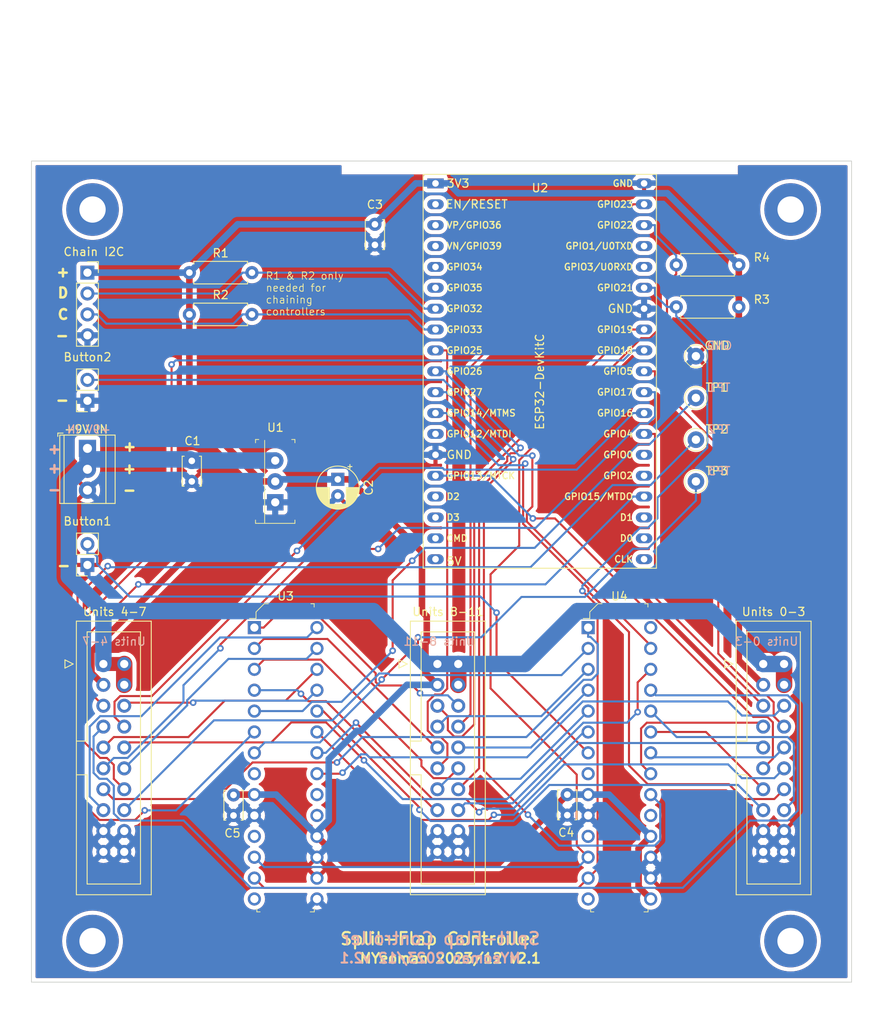
<source format=kicad_pcb>
(kicad_pcb (version 20240108) (generator "pcbnew") (generator_version "8.0")
  (layers (0 "F.Cu" signal) (31 "B.Cu" signal) (34 "B.Paste" user) (35 "F.Paste" user) (36 "B.SilkS" user "B.Silkscreen") (37 "F.SilkS" user "F.Silkscreen") (38 "B.Mask" user) (39 "F.Mask" user) (44 "Edge.Cuts" user))
  (net 0 "")
  (net 1 "+9V")
  (net 2 "GND")
  (net 3 "+3.3V")
  (net 4 "/step_00")
  (net 5 "/{slash}en_00")
  (net 6 "/sens_00")
  (net 7 "/step_01")
  (net 8 "/{slash}en_01")
  (net 9 "/sens_01")
  (net 10 "/step_02")
  (net 11 "/{slash}en_02")
  (net 12 "/sens_02")
  (net 13 "/step_03")
  (net 14 "/{slash}en_03")
  (net 15 "/sens_03")
  (net 16 "/step_04")
  (net 17 "/{slash}en_04")
  (net 18 "/sens_04")
  (net 19 "/step_05")
  (net 20 "/{slash}en_05")
  (net 21 "/sens_05")
  (net 22 "/step_06")
  (net 23 "/{slash}en_06")
  (net 24 "/sens_06")
  (net 25 "/step_07")
  (net 26 "/{slash}en_07")
  (net 27 "/sens_07")
  (net 28 "/step_08")
  (net 29 "/{slash}en_08")
  (net 30 "/sens_08")
  (net 31 "/step_09")
  (net 32 "/{slash}en_09")
  (net 33 "/sens_09")
  (net 34 "/step_10")
  (net 35 "/{slash}en_10")
  (net 36 "/sens_10")
  (net 37 "/step_11")
  (net 38 "/{slash}en_11")
  (net 39 "/sens_11")
  (net 40 "/chain_SDA")
  (net 41 "/chain_SCK")
  (net 42 "/button1")
  (net 43 "/button2")
  (net 44 "/interruptPin")
  (net 45 "Net-(U2-GPIO21)")
  (net 46 "Net-(U2-GPIO22)")
  (net 47 "Net-(U3-GPB4)")
  (net 48 "Net-(U3-GPB5)")
  (net 49 "Net-(U3-GPB6)")
  (footprint "Capacitor_THT:C_Disc_D3.4mm_W2.1mm_P2.50mm" (layer "F.Cu") (at 132.08 106.72 -90)
    (property "Reference" "C5")
    (property "Value" "100nF")
  )
  (footprint "Resistor_THT:R_Axial_DIN0207_L6.3mm_D2.5mm_P7.62mm_Horizontal" (layer "F.Cu") (at 126.705 48.26)
    (property "Reference" "R2")
    (property "Value" "4K7")
  )
  (footprint "Connector_PinSocket_2.54mm:PinSocket_1x02_P2.54mm_Vertical" (layer "F.Cu") (at 114.295 58.765 180)
    (property "Reference" "J4" (hide yes))
    (property "Value" "Button2")
  )
  (footprint "Connector_PinSocket_2.54mm:PinSocket_1x04_P2.54mm_Vertical" (layer "F.Cu") (at 114.295 43.18)
    (property "Reference" "J2" (hide yes))
    (property "Value" "Chain I2C")
  )
  (footprint "Capacitor_THT:C_Disc_D3.4mm_W2.1mm_P2.50mm" (layer "F.Cu") (at 172.72 106.68 -90)
    (property "Reference" "C4")
    (property "Value" "100nF")
  )
  (footprint "MountingHole:MountingHole_3.2mm_M3_Pad" (layer "F.Cu") (at 114.915 35.5)
    (property "Reference" "REF1" (hide yes))
    (property "Value" "MountingHole_3.2mm_M3_Pad")
  )
  (footprint "Connector_IDC:IDC-Header_2x10_P2.54mm_Vertical" (layer "F.Cu") (at 196.58 90.79)
    (property "Reference" "J5" (hide yes))
    (property "Value" "Units 0-3")
  )
  (footprint "MountingHole:MountingHole_3.2mm_M3_Pad" (layer "F.Cu") (at 114.915 124.5)
    (property "Reference" "REF3" (hide yes))
    (property "Value" "MountingHole_3.2mm_M3_Pad")
  )
  (footprint "TerminalBlock_TE-Connectivity:TerminalBlock_TE_282834-3_1x03_P2.54mm_Horizontal" (layer "F.Cu") (at 114.295 64.56 -90)
    (property "Reference" "J1" (hide yes))
    (property "Value" "+9V IN")
  )
  (footprint "PCM_Espressif:ESP32-DevKitC" (layer "F.Cu") (at 156.675 32.3216)
    (property "Reference" "U2")
    (property "Value" "ESP32-DevKitC")
  )
  (footprint "digikey-footprints:DIP-28_W7.62mm" (layer "F.Cu") (at 134.62 86.36)
    (property "Reference" "U3")
    (property "Value" "MCP23017")
  )
  (footprint "digikey-footprints:Test_Point_D1.02mm" (layer "F.Cu") (at 188.385 68.58 90)
    (property "Reference" "TP3")
    (property "Value" "5000")
  )
  (footprint "Resistor_THT:R_Axial_DIN0207_L6.3mm_D2.5mm_P7.62mm_Horizontal" (layer "F.Cu") (at 126.705 43.18)
    (property "Reference" "R1")
    (property "Value" "4K7")
  )
  (footprint "Capacitor_THT:C_Disc_D3.4mm_W2.1mm_P2.50mm" (layer "F.Cu") (at 127 66.08 -90)
    (property "Reference" "C1")
    (property "Value" "100nF")
  )
  (footprint "Resistor_THT:R_Axial_DIN0207_L6.3mm_D2.5mm_P7.62mm_Horizontal" (layer "F.Cu") (at 193.61 47.35 180)
    (property "Reference" "R3")
    (property "Value" "4K7")
  )
  (footprint "MountingHole:MountingHole_3.2mm_M3_Pad" (layer "F.Cu") (at 199.905 124.5)
    (property "Reference" "REF4" (hide yes))
    (property "Value" "MountingHole_3.2mm_M3_Pad")
  )
  (footprint "digikey-footprints:Test_Point_D1.02mm" (layer "F.Cu") (at 188.385 58.42 90)
    (property "Reference" "TP1")
    (property "Value" "5000")
  )
  (footprint "digikey-footprints:DIP-28_W7.62mm" (layer "F.Cu") (at 175.26 86.36)
    (property "Reference" "U4")
    (property "Value" "MCP23017")
  )
  (footprint "Resistor_THT:R_Axial_DIN0207_L6.3mm_D2.5mm_P7.62mm_Horizontal" (layer "F.Cu") (at 193.61 42.23 180)
    (property "Reference" "R4")
    (property "Value" "4K7")
  )
  (footprint "Connector_IDC:IDC-Header_2x10_P2.54mm_Vertical" (layer "F.Cu") (at 116.235 90.79)
    (property "Reference" "J6" (hide yes))
    (property "Value" "Units 4-7")
  )
  (footprint "MountingHole:MountingHole_3.2mm_M3_Pad" (layer "F.Cu") (at 199.915 35.5)
    (property "Reference" "REF2" (hide yes))
    (property "Value" "MountingHole_3.2mm_M3_Pad")
  )
  (footprint "Connector_PinSocket_2.54mm:PinSocket_1x02_P2.54mm_Vertical" (layer "F.Cu") (at 114.295 78.74 180)
    (property "Reference" "J3" (hide yes))
    (property "Value" "Button1")
  )
  (footprint "digikey-footprints:Test_Point_D1.02mm" (layer "F.Cu") (at 188.385 53.34)
    (property "Reference" "TP4" (hide yes))
    (property "Value" "5000")
  )
  (footprint "digikey-footprints:Test_Point_D1.02mm" (layer "F.Cu") (at 188.385 63.5 90)
    (property "Reference" "TP2")
    (property "Value" "5000")
  )
  (footprint "Capacitor_THT:C_Disc_D3.4mm_W2.1mm_P2.50mm" (layer "F.Cu") (at 149.2977 37.3 -90)
    (property "Reference" "C3")
    (property "Value" "100nF")
  )
  (footprint "Connector_IDC:IDC-Header_2x10_P2.54mm_Vertical" (layer "F.Cu") (at 156.9075 90.79)
    (property "Reference" "J7" (hide yes))
    (property "Value" "Units 8-11")
  )
  (footprint "digikey-footprints:TO-220-3" (layer "F.Cu") (at 137.16 71.12 90)
    (property "Reference" "U1")
    (property "Value" "LD1117V33")
  )
  (footprint "Capacitor_THT:CP_Radial_D5.0mm_P2.00mm" (layer "F.Cu") (at 144.78 68.327 -90)
    (property "Reference" "C2")
    (property "Value" "10uF")
  )
  (gr_rect (start 107.48 29.6) (end 207.34 129.5) (stroke (width 0.1)) (fill none) (layer "Edge.Cuts"))
  (gr_text "-" (at 111.215 70.275 0) (layer "B.SilkS") (effects (font (size 1.2 1.2) (thickness 0.3) (bold yes)) (justify left bottom mirror)))
  (gr_text "+" (at 111.215 67.675 0) (layer "B.SilkS") (effects (font (size 1.2 1.2) (thickness 0.3) (bold yes)) (justify left bottom mirror)))
  (gr_text "MYeoman 2023/12 v2.1" (at 167.175 127.275 0) (layer "B.SilkS") (effects (font (size 1.2 1.2) (thickness 0.25)) (justify left bottom mirror)))
  (gr_text "Units 8-11" (at 157.1 88.05 0) (layer "B.SilkS") (effects (font (size 1 1)) (justify mirror)))
  (gr_text "Units 4-7" (at 117.525 88.05 0) (layer "B.SilkS") (effects (font (size 1 1)) (justify mirror)))
  (gr_text "+9V IN" (at 114.465 62.25 0) (layer "B.SilkS") (effects (font (size 1 1)) (justify mirror)))
  (gr_text "Split-Flap Controller" (at 169.563571 125.075 0) (layer "B.SilkS") (effects (font (size 1.5 1.5) (thickness 0.25)) (justify left bottom mirror)))
  (gr_text "+" (at 111.215 65.325 0) (layer "B.SilkS") (effects (font (size 1.2 1.2) (thickness 0.3) (bold yes)) (justify left bottom mirror)))
  (gr_text "TP2" (at 191.225 62.24 0) (layer "B.SilkS") (effects (font (size 1 1)) (justify mirror)))
  (gr_text "GND" (at 191.265 52.065 0) (layer "B.SilkS") (effects (font (size 1 1)) (justify mirror)))
  (gr_text "Units 0-3" (at 196.975 88.05 0) (layer "B.SilkS") (effects (font (size 1 1)) (justify mirror)))
  (gr_text "TP1" (at 191.225 57.16 0) (layer "B.SilkS") (effects (font (size 1 1)) (justify mirror)))
  (gr_text "TP3" (at 191.225 67.32 0) (layer "B.SilkS") (effects (font (size 1 1)) (justify mirror)))
  (gr_text "+9V IN" (at 114.14 62.225 -0) (layer "F.SilkS") (effects (font (size 1 1))))
  (gr_text "GND" (at 190.965 52.055 0) (layer "F.SilkS") (effects (font (size 1 1))))
  (gr_text "-" (at 118.475 70.325 0) (layer "F.SilkS") (effects (font (size 1.2 1.2) (thickness 0.3) (bold yes)) (justify left bottom)))
  (gr_text "C" (at 110.525 48.975 0) (layer "F.SilkS") (effects (font (size 1.2 1.2) (thickness 0.3) (bold yes)) (justify left bottom)))
  (gr_text "Split-Flap Controller" (at 144.931429 125.1 0) (layer "F.SilkS") (effects (font (size 1.5 1.5) (thickness 0.25)) (justify left bottom)))
  (gr_text "-" (at 110.475 79.5 0) (layer "F.SilkS") (effects (font (size 1.2 1.2) (thickness 0.3) (bold yes)) (justify left bottom)))
  (gr_text "R1 & R2 only\nneeded for\nchaining\ncontrollers" (at 135.95 48.45 0) (layer "F.SilkS") (effects (font (size 0.9 0.9) (thickness 0.1)) (justify left bottom)))
  (gr_text "D" (at 110.525 46.35 0) (layer "F.SilkS") (effects (font (size 1.2 1.2) (thickness 0.3) (bold yes)) (justify left bottom)))
  (gr_text "+" (at 110.375 43.8 0) (layer "F.SilkS") (effects (font (size 1.2 1.2) (thickness 0.3) (bold yes)) (justify left bottom)))
  (gr_text "+" (at 118.5 65.025 0) (layer "F.SilkS") (effects (font (size 1.2 1.2) (thickness 0.3) (bold yes)) (justify left bottom)))
  (gr_text "-" (at 110.275 51.525 0) (layer "F.SilkS") (effects (font (size 1.2 1.2) (thickness 0.3) (bold yes)) (justify left bottom)))
  (gr_text "-" (at 110.3 59.375 0) (layer "F.SilkS") (effects (font (size 1.2 1.2) (thickness 0.3) (bold yes)) (justify left bottom)))
  (gr_text "+" (at 118.475 67.725 0) (layer "F.SilkS") (effects (font (size 1.2 1.2) (thickness 0.3) (bold yes)) (justify left bottom)))
  (gr_text "MYeoman 2023/12 v2.1\n" (at 147.32 127.3 0) (layer "F.SilkS") (effects (font (size 1.2 1.2) (thickness 0.25)) (justify left bottom)))
  (segment (start 118.775 90.79) (end 116.235 90.79) (width 1.7018) (layer "F.Cu") (net 1))
  (segment (start 199.12 93.33) (end 199.12 90.79) (width 2) (layer "F.Cu") (net 1))
  (segment (start 159.4475 93.33) (end 159.4475 90.79) (width 2) (layer "F.Cu") (net 1))
  (segment (start 118.775 93.33) (end 118.775 90.79) (width 2) (layer "F.Cu") (net 1))
  (segment (start 167.5305 90.79) (end 173.9622 84.3583) (width 2) (layer "B.Cu") (net 1))
  (segment (start 114.295 67.1) (end 114.295 66.8117) (width 2) (layer "B.Cu") (net 1))
  (segment (start 114.295 64.56) (end 114.295 65.8956) (width 2) (layer "B.Cu") (net 1))
  (segment (start 190.1483 84.3583) (end 196.58 90.79) (width 2) (layer "B.Cu") (net 1))
  (segment (start 112.0332 80.1501) (end 116.235 84.3519) (width 2) (layer "B.Cu") (net 1))
  (segment (start 127.04 66.04) (end 137.16 66.04) (width 2) (layer "B.Cu") (net 1))
  (segment (start 116.235 84.3519) (end 116.235 90.79) (width 2) (layer "B.Cu") (net 1))
  (segment (start 196.58 90.79) (end 199.12 90.79) (width 2) (layer "B.Cu") (net 1))
  (segment (start 127 66.08) (end 127.04 66.04) (width 2) (layer "B.Cu") (net 1))
  (segment (start 156.9075 90.79) (end 159.4475 90.79) (width 2) (layer "B.Cu") (net 1))
  (segment (start 155.5284 90.79) (end 156.9075 90.79) (width 2) (layer "B.Cu") (net 1))
  (segment (start 116.235 84.3519) (end 149.0903 84.3519) (width 2) (layer "B.Cu") (net 1))
  (segment (start 173.9622 84.3583) (end 190.1483 84.3583) (width 2) (layer "B.Cu") (net 1))
  (segment (start 112.0332 68.6717) (end 112.0332 80.1501) (width 2) (layer "B.Cu") (net 1))
  (segment (start 113.6049 67.1) (end 112.0332 68.6717) (width 2) (layer "B.Cu") (net 1))
  (segment (start 114.295 65.8956) (end 114.295 66.8117) (width 2) (layer "B.Cu") (net 1))
  (segment (start 159.4475 90.79) (end 167.5305 90.79) (width 2) (layer "B.Cu") (net 1))
  (segment (start 126.8156 65.8956) (end 114.295 65.8956) (width 2) (layer "B.Cu") (net 1))
  (segment (start 114.295 67.1) (end 113.6049 67.1) (width 2) (layer "B.Cu") (net 1))
  (segment (start 149.0903 84.3519) (end 155.5284 90.79) (width 2) (layer "B.Cu") (net 1))
  (segment (start 127 66.08) (end 126.8156 65.8956) (width 2) (layer "B.Cu") (net 1))
  (segment (start 135.4855 68.58) (end 114.778 89.2875) (width 0.8) (layer "F.Cu") (net 3))
  (segment (start 182.88 111.76) (end 181.4063 113.2337) (width 0.8) (layer "F.Cu") (net 3))
  (segment (start 126.705 59.7995) (end 135.4855 68.58) (width 0.8) (layer "F.Cu") (net 3))
  (segment (start 155.4498 88.2666) (end 155.6129 88.1035) (width 0.8) (layer "F.Cu") (net 3))
  (segment (start 126.705 43.18) (end 126.705 48.26) (width 0.8) (layer "F.Cu") (net 3))
  (segment (start 155.0283 84.4063) (end 155.0283 77.1736) (width 0.8) (layer "F.Cu") (net 3))
  (segment (start 193.61 42.23) (end 193.61 47.35) (width 0.8) (layer "F.Cu") (net 3))
  (segment (start 114.778 91.873) (end 116.235 93.33) (width 0.8) (layer "F.Cu") (net 3))
  (segment (start 137.16 68.58) (end 135.4855 68.58) (width 0.8) (layer "F.Cu") (net 3))
  (segment (start 145.5821 115.1021) (end 142.24 111.76) (width 0.8) (layer "F.Cu") (net 3))
  (segment (start 132.12 106.68) (end 132.08 106.72) (width 0.8) (layer "F.Cu") (net 3))
  (segment (start 181.4063 113.2337) (end 181.4063 117.9063) (width 0.8) (layer "F.Cu") (net 3))
  (segment (start 155.6129 84.9909) (end 155.0283 84.4063) (width 0.8) (layer "F.Cu") (net 3))
  (segment (start 155.6129 88.1035) (end 155.6129 84.9909) (width 0.8) (layer "F.Cu") (net 3))
  (segment (start 164.2979 115.1021) (end 145.5821 115.1021) (width 0.8) (layer "F.Cu") (net 3))
  (segment (start 172.72 106.68) (end 164.2979 115.1021) (width 0.8) (layer "F.Cu") (net 3))
  (segment (start 134.62 106.68) (end 132.12 106.68) (width 0.8) (layer "F.Cu") (net 3))
  (segment (start 155.0283 77.1736) (end 146.1817 68.327) (width 0.8) (layer "F.Cu") (net 3))
  (segment (start 126.705 48.26) (end 126.705 59.7995) (width 0.8) (layer "F.Cu") (net 3))
  (segment (start 144.78 68.327) (end 146.1817 68.327) (width 0.8) (layer "F.Cu") (net 3))
  (segment (start 156.9075 93.33) (end 155.4498 91.8723) (width 0.8) (layer "F.Cu") (net 3))
  (segment (start 114.778 89.2875) (end 114.778 91.873) (width 0.8) (layer "F.Cu") (net 3))
  (segment (start 155.4498 91.8723) (end 155.4498 88.2666) (width 0.8) (layer "F.Cu") (net 3))
  (segment (start 196.58 93.33) (end 193.61 90.36) (width 0.8) (layer "F.Cu") (net 3))
  (segment (start 193.61 90.36) (end 193.61 47.35) (width 0.8) (layer "F.Cu") (net 3))
  (segment (start 181.4063 117.9063) (end 182.88 119.38) (width 0.8) (layer "F.Cu") (net 3))
  (segment (start 144.78 68.327) (end 137.413 68.327) (width 0.8) (layer "B.Cu") (net 3))
  (segment (start 156.675 32.3216) (end 158.2767 32.3216) (width 0.8) (layer "B.Cu") (net 3))
  (segment (start 137.2697 106.68) (end 142.0329 111.4432) (width 0.8) (layer "B.Cu") (net 3))
  (segment (start 132.585 37.3) (end 126.705 43.18) (width 0.8) (layer "B.Cu") (net 3))
  (segment (start 175.26 106.68) (end 172.72 106.68) (width 0.8) (layer "B.Cu") (net 3))
  (segment (start 177.8 106.68) (end 175.26 106.68) (width 0.8) (layer "B.Cu") (net 3))
  (segment (start 137.413 68.327) (end 137.16 68.58) (width 0.8) (layer "B.Cu") (net 3))
  (segment (start 149.2977 37.3) (end 154.2761 32.3216) (width 0.8) (layer "B.Cu") (net 3))
  (segment (start 147.105 98.9268) (end 147.6043 98.9268) (width 0.8) (layer "B.Cu") (net 3))
  (segment (start 142.0329 111.5529) (end 142.0329 111.4432) (width 0.8) (layer "B.Cu") (net 3))
  (segment (start 143.677 109.7991) (end 143.677 102.3548) (width 0.8) (layer "B.Cu") (net 3))
  (segment (start 182.88 111.76) (end 177.8 106.68) (width 0.8) (layer "B.Cu") (net 3))
  (segment (start 114.295 43.18) (end 115.7467 43.18) (width 0.8) (layer "B.Cu") (net 3))
  (segment (start 142.24 111.76) (end 142.0329 111.5529) (width 0.8) (layer "B.Cu") (net 3))
  (segment (start 143.677 102.3548) (end 147.105 98.9268) (width 0.8) (layer "B.Cu") (net 3))
  (segment (start 134.62 106.68) (end 137.2697 106.68) (width 0.8) (layer "B.Cu") (net 3))
  (segment (start 149.2977 37.3) (end 132.585 37.3) (width 0.8) (layer "B.Cu") (net 3))
  (segment (start 154.2761 32.3216) (end 156.675 32.3216) (width 0.8) (layer "B.Cu") (net 3))
  (segment (start 153.2011 93.33) (end 156.9075 93.33) (width 0.8) (layer "B.Cu") (net 3))
  (segment (start 142.0329 111.4432) (end 143.677 109.7991) (width 0.8) (layer "B.Cu") (net 3))
  (segment (start 159.4784 33.5233) (end 184.9033 33.5233) (width 0.8) (layer "B.Cu") (net 3))
  (segment (start 184.9033 33.5233) (end 193.61 42.23) (width 0.8) (layer "B.Cu") (net 3))
  (segment (start 126.705 43.18) (end 115.7467 43.18) (width 0.8) (layer "B.Cu") (net 3))
  (segment (start 147.6043 98.9268) (end 153.2011 93.33) (width 0.8) (layer "B.Cu") (net 3))
  (segment (start 158.2767 32.3216) (end 159.4784 33.5233) (width 0.8) (layer "B.Cu") (net 3))
  (segment (start 192.3951 105.41) (end 182.5097 105.41) (width 0.25) (layer "F.Cu") (net 4))
  (segment (start 182.5097 105.41) (end 180.2364 103.1367) (width 0.25) (layer "F.Cu") (net 4))
  (segment (start 199.12 106.03) (end 197.9294 107.2206) (width 0.25) (layer "F.Cu") (net 4))
  (segment (start 194.2057 107.2206) (end 192.3951 105.41) (width 0.25) (layer "F.Cu") (net 4))
  (segment (start 175.2915 81.6033) (end 174.8658 81.1776) (width 0.25) (layer "F.Cu") (net 4))
  (segment (start 167.3477 73.7488) (end 167.3477 66.6555) (width 0.25) (layer "F.Cu") (net 4))
  (segment (start 180.2364 103.1367) (end 180.2364 86.9054) (width 0.25) (layer "F.Cu") (net 4))
  (segment (start 175.2915 81.9605) (end 175.2915 81.6033) (width 0.25) (layer "F.Cu") (net 4))
  (segment (start 180.2364 86.9054) (end 175.2915 81.9605) (width 0.25) (layer "F.Cu") (net 4))
  (segment (start 174.8658 81.1776) (end 174.7765 81.1776) (width 0.25) (layer "F.Cu") (net 4))
  (segment (start 174.7765 81.1776) (end 167.3477 73.7488) (width 0.25) (layer "F.Cu") (net 4))
  (segment (start 197.9294 107.2206) (end 194.2057 107.2206) (width 0.25) (layer "F.Cu") (net 4))
  (segment (start 167.3477 66.6555) (end 167.5991 66.4041) (width 0.25) (layer "F.Cu") (net 4))
  (via (at 167.5991 66.4041) (size 0.8) (drill 0.4) (layers "F.Cu" "B.Cu") (net 4))
  (segment (start 167.4001 66.6031) (end 164.3432 66.6031) (width 0.25) (layer "B.Cu") (net 4))
  (segment (start 156.675 60.2616) (end 158.0017 60.2616) (width 0.25) (layer "B.Cu") (net 4))
  (segment (start 164.3432 66.6031) (end 158.0017 60.2616) (width 0.25) (layer "B.Cu") (net 4))
  (segment (start 167.5991 66.4041) (end 167.4001 66.6031) (width 0.25) (layer "B.Cu") (net 4))
  (segment (start 154.7241 108.2407) (end 143.0034 96.52) (width 0.25) (layer "F.Cu") (net 5))
  (segment (start 143.0034 96.52) (end 142.24 96.52) (width 0.25) (layer "F.Cu") (net 5))
  (segment (start 154.7241 108.5311) (end 154.7241 108.2407) (width 0.25) (layer "F.Cu") (net 5))
  (via (at 154.7241 108.5311) (size 0.8) (drill 0.4) (layers "F.Cu" "B.Cu") (net 5))
  (segment (start 154.7241 108.5311) (end 156.0838 109.8908) (width 0.25) (layer "B.Cu") (net 5))
  (segment (start 166.1429 109.8908) (end 170.5256 105.5081) (width 0.25) (layer "B.Cu") (net 5))
  (segment (start 193.5181 105.5081) (end 196.58 108.57) (width 0.25) (layer "B.Cu") (net 5))
  (segment (start 170.5256 105.5081) (end 193.5181 105.5081) (width 0.25) (layer "B.Cu") (net 5))
  (segment (start 156.0838 109.8908) (end 166.1429 109.8908) (width 0.25) (layer "B.Cu") (net 5))
  (segment (start 200.3132 100.4238) (end 200.3132 107.3768) (width 0.25) (layer "B.Cu") (net 6))
  (segment (start 199.568 99.6786) (end 200.3132 100.4238) (width 0.25) (layer "B.Cu") (net 6))
  (segment (start 186.0386 99.6786) (end 199.568 99.6786) (width 0.25) (layer "B.Cu") (net 6))
  (segment (start 200.3132 107.3768) (end 199.12 108.57) (width 0.25) (layer "B.Cu") (net 6))
  (segment (start 182.88 96.52) (end 186.0386 99.6786) (width 0.25) (layer "B.Cu") (net 6))
  (segment (start 197.7567 102.3133) (end 196.58 103.49) (width 0.25) (layer "F.Cu") (net 7))
  (segment (start 168.5261 73.0817) (end 171.2179 73.0817) (width 0.25) (layer "F.Cu") (net 7))
  (segment (start 195.3695 97.2333) (end 197.1035 97.2333) (width 0.25) (layer "F.Cu") (net 7))
  (segment (start 197.1035 97.2333) (end 197.7567 97.8865) (width 0.25) (layer "F.Cu") (net 7))
  (segment (start 197.7567 97.8865) (end 197.7567 102.3133) (width 0.25) (layer "F.Cu") (net 7))
  (segment (start 171.2179 73.0817) (end 195.3695 97.2333) (width 0.25) (layer "F.Cu") (net 7))
  (via (at 168.5261 73.0817) (size 0.8) (drill 0.4) (layers "F.Cu" "B.Cu") (net 7))
  (segment (start 163.326 67.8816) (end 168.5261 73.0817) (width 0.25) (layer "B.Cu") (net 7))
  (segment (start 156.675 67.8816) (end 163.326 67.8816) (width 0.25) (layer "B.Cu") (net 7))
  (segment (start 142.24 99.06) (end 152.9425 109.7625) (width 0.25) (layer "F.Cu") (net 8))
  (segment (start 152.9425 109.7625) (end 163.1644 109.7625) (width 0.25) (layer "F.Cu") (net 8))
  (segment (start 163.1644 109.7625) (end 163.7845 109.1424) (width 0.25) (layer "F.Cu") (net 8))
  (via (at 163.7845 109.1424) (size 0.8) (drill 0.4) (layers "F.Cu" "B.Cu") (net 8))
  (segment (start 193.9841 104.6806) (end 197.9294 104.6806) (width 0.25) (layer "B.Cu") (net 8))
  (segment (start 163.7845 109.1424) (end 166.2111 109.1424) (width 0.25) (layer "B.Cu") (net 8))
  (segment (start 197.9294 104.6806) (end 199.12 103.49) (width 0.25) (layer "B.Cu") (net 8))
  (segment (start 192.3099 103.0064) (end 193.9841 104.6806) (width 0.25) (layer "B.Cu") (net 8))
  (segment (start 172.3471 103.0064) (end 192.3099 103.0064) (width 0.25) (layer "B.Cu") (net 8))
  (segment (start 166.2111 109.1424) (end 172.3471 103.0064) (width 0.25) (layer "B.Cu") (net 8))
  (segment (start 189.61 99.06) (end 196.58 106.03) (width 0.25) (layer "F.Cu") (net 9))
  (segment (start 182.88 99.06) (end 189.61 99.06) (width 0.25) (layer "F.Cu") (net 9))
  (segment (start 196.1853 94.6) (end 197.0109 94.6) (width 0.25) (layer "F.Cu") (net 10))
  (segment (start 197.0109 94.6) (end 197.85 95.4391) (width 0.25) (layer "F.Cu") (net 10))
  (segment (start 197.85 95.4391) (end 197.85 97.14) (width 0.25) (layer "F.Cu") (net 10))
  (segment (start 182.075 55.1816) (end 183.4017 55.1816) (width 0.25) (layer "F.Cu") (net 10))
  (segment (start 197.85 97.14) (end 199.12 98.41) (width 0.25) (layer "F.Cu") (net 10))
  (segment (start 183.4017 55.1816) (end 183.4017 56.5083) (width 0.25) (layer "F.Cu") (net 10))
  (segment (start 183.4017 56.5083) (end 191.1123 64.2189) (width 0.25) (layer "F.Cu") (net 10))
  (segment (start 191.1123 89.527) (end 196.1853 94.6) (width 0.25) (layer "F.Cu") (net 10))
  (segment (start 191.1123 64.2189) (end 191.1123 89.527) (width 0.25) (layer "F.Cu") (net 10))
  (segment (start 161.9828 108.8208) (end 160.3687 107.2067) (width 0.25) (layer "F.Cu") (net 11))
  (segment (start 160.3687 107.2067) (end 156.2782 107.2067) (width 0.25) (layer "F.Cu") (net 11))
  (segment (start 156.2782 107.2067) (end 146.9966 97.9251) (width 0.25) (layer "F.Cu") (net 11))
  (via (at 161.9828 108.8208) (size 0.8) (drill 0.4) (layers "F.Cu" "B.Cu") (net 11))
  (via (at 146.9966 97.9251) (size 0.8) (drill 0.4) (layers "F.Cu" "B.Cu") (net 11))
  (segment (start 174.1398 100.4075) (end 166.1533 108.394) (width 0.25) (layer "B.Cu") (net 11))
  (segment (start 166.1533 108.394) (end 162.4096 108.394) (width 0.25) (layer "B.Cu") (net 11))
  (segment (start 196.58 100.95) (end 196.0375 100.4075) (width 0.25) (layer "B.Cu") (net 11))
  (segment (start 196.0375 100.4075) (end 174.1398 100.4075) (width 0.25) (layer "B.Cu") (net 11))
  (segment (start 142.24 101.6) (end 143.3217 101.6) (width 0.25) (layer "B.Cu") (net 11))
  (segment (start 143.3217 101.6) (end 146.9966 97.9251) (width 0.25) (layer "B.Cu") (net 11))
  (segment (start 162.4096 108.394) (end 161.9828 108.8208) (width 0.25) (layer "B.Cu") (net 11))
  (segment (start 197.9275 102.1425) (end 199.12 100.95) (width 0.25) (layer "B.Cu") (net 12))
  (segment (start 182.88 101.6) (end 183.4225 102.1425) (width 0.25) (layer "B.Cu") (net 12))
  (segment (start 183.4225 102.1425) (end 197.9275 102.1425) (width 0.25) (layer "B.Cu") (net 12))
  (segment (start 183.4017 62.8016) (end 183.4017 82.6917) (width 0.25) (layer "F.Cu") (net 13))
  (segment (start 183.4017 82.6917) (end 196.58 95.87) (width 0.25) (layer "F.Cu") (net 13))
  (segment (start 182.075 62.8016) (end 183.4017 62.8016) (width 0.25) (layer "F.Cu") (net 13))
  (segment (start 145.2317 104.14) (end 145.3585 104.0132) (width 0.25) (layer "F.Cu") (net 14))
  (segment (start 142.24 104.14) (end 145.2317 104.14) (width 0.25) (layer "F.Cu") (net 14))
  (via (at 145.3585 104.0132) (size 0.8) (drill 0.4) (layers "F.Cu" "B.Cu") (net 14))
  (segment (start 148.2633 101.7799) (end 147.5918 101.7799) (width 0.25) (layer "B.Cu") (net 14))
  (segment (start 148.6261 102.1427) (end 148.2633 101.7799) (width 0.25) (layer "B.Cu") (net 14))
  (segment (start 174.6066 95.3481) (end 167.812 102.1427) (width 0.25) (layer "B.Cu") (net 14))
  (segment (start 199.12 95.87) (end 197.9294 97.0606) (width 0.25) (layer "B.Cu") (net 14))
  (segment (start 147.5918 101.7799) (end 145.3585 104.0132) (width 0.25) (layer "B.Cu") (net 14))
  (segment (start 193.9841 97.0606) (end 192.2716 95.3481) (width 0.25) (layer "B.Cu") (net 14))
  (segment (start 167.812 102.1427) (end 148.6261 102.1427) (width 0.25) (layer "B.Cu") (net 14))
  (segment (start 192.2716 95.3481) (end 174.6066 95.3481) (width 0.25) (layer "B.Cu") (net 14))
  (segment (start 197.9294 97.0606) (end 193.9841 97.0606) (width 0.25) (layer "B.Cu") (net 14))
  (segment (start 182.88 104.14) (end 181.71 102.97) (width 0.25) (layer "F.Cu") (net 15))
  (segment (start 181.71 98.6296) (end 182.4064 97.9332) (width 0.25) (layer "F.Cu") (net 15))
  (segment (start 181.71 102.97) (end 181.71 98.6296) (width 0.25) (layer "F.Cu") (net 15))
  (segment (start 196.1032 97.9332) (end 196.58 98.41) (width 0.25) (layer "F.Cu") (net 15))
  (segment (start 182.4064 97.9332) (end 196.1032 97.9332) (width 0.25) (layer "F.Cu") (net 15))
  (segment (start 117.505 104.76) (end 118.775 106.03) (width 0.25) (layer "F.Cu") (net 16))
  (segment (start 116.6659 102.22) (end 117.505 103.0591) (width 0.25) (layer "F.Cu") (net 16))
  (segment (start 124.5395 54.35) (end 124.5395 74.668) (width 0.25) (layer "F.Cu") (net 16))
  (segment (start 117.505 103.0591) (end 117.505 104.76) (width 0.25) (layer "F.Cu") (net 16))
  (segment (start 113.5692 99.9584) (end 115.8308 102.22) (width 0.25) (layer "F.Cu") (net 16))
  (segment (start 124.5395 74.668) (end 113.5692 85.6383) (width 0.25) (layer "F.Cu") (net 16))
  (segment (start 113.5692 85.6383) (end 113.5692 99.9584) (width 0.25) (layer "F.Cu") (net 16))
  (segment (start 115.8308 102.22) (end 116.6659 102.22) (width 0.25) (layer "F.Cu") (net 16))
  (via (at 124.5395 54.35) (size 0.8) (drill 0.4) (layers "F.Cu" "B.Cu") (net 16))
  (segment (start 182.075 52.6416) (end 180.7483 52.6416) (width 0.25) (layer "B.Cu") (net 16))
  (segment (start 179.5347 53.8552) (end 125.0343 53.8552) (width 0.25) (layer "B.Cu") (net 16))
  (segment (start 125.0343 53.8552) (end 124.5395 54.35) (width 0.25) (layer "B.Cu") (net 16))
  (segment (start 180.7483 52.6416) (end 179.5347 53.8552) (width 0.25) (layer "B.Cu") (net 16))
  (segment (start 114.5691 98.403) (end 114.5691 106.9041) (width 0.25) (layer "B.Cu") (net 17))
  (segment (start 141.0354 87.5646) (end 130.4427 87.5646) (width 0.25) (layer "B.Cu") (net 17))
  (segment (start 120.8673 97.14) (end 115.8321 97.14) (width 0.25) (layer "B.Cu") (net 17))
  (segment (start 115.8321 97.14) (end 114.5691 98.403) (width 0.25) (layer "B.Cu") (net 17))
  (segment (start 142.24 86.36) (end 141.0354 87.5646) (width 0.25) (layer "B.Cu") (net 17))
  (segment (start 130.4427 87.5646) (end 120.8673 97.14) (width 0.25) (layer "B.Cu") (net 17))
  (segment (start 114.5691 106.9041) (end 116.235 108.57) (width 0.25) (layer "B.Cu") (net 17))
  (segment (start 129.6983 97.6467) (end 118.775 108.57) (width 0.25) (layer "B.Cu") (net 18))
  (segment (start 172.0174 92.1426) (end 151.1334 92.1426) (width 0.25) (layer "B.Cu") (net 18))
  (segment (start 144.1276 97.6467) (end 129.6983 97.6467) (width 0.25) (layer "B.Cu") (net 18))
  (segment (start 150.9378 91.947) (end 149.8273 91.947) (width 0.25) (layer "B.Cu") (net 18))
  (segment (start 151.1334 92.1426) (end 150.9378 91.947) (width 0.25) (layer "B.Cu") (net 18))
  (segment (start 149.8273 91.947) (end 144.1276 97.6467) (width 0.25) (layer "B.Cu") (net 18))
  (segment (start 175.26 88.9) (end 172.0174 92.1426) (width 0.25) (layer "B.Cu") (net 18))
  (segment (start 130.4828 88.4223) (end 130.4828 88.879) (width 0.25) (layer "F.Cu") (net 19))
  (segment (start 149.6912 76.7944) (end 142.1107 76.7944) (width 0.25) (layer "F.Cu") (net 19))
  (segment (start 142.1107 76.7944) (end 130.4828 88.4223) (width 0.25) (layer "F.Cu") (net 19))
  (via (at 130.4828 88.879) (size 0.8) (drill 0.4) (layers "F.Cu" "B.Cu") (net 19))
  (via (at 149.6912 76.7944) (size 0.8) (drill 0.4) (layers "F.Cu" "B.Cu") (net 19))
  (segment (start 182.5249 61.5316) (end 181.5812 61.5316) (width 0.25) (layer "B.Cu") (net 19))
  (segment (start 181.5812 61.5316) (end 168.8812 74.2316) (width 0.25) (layer "B.Cu") (net 19))
  (segment (start 130.4828 88.879) (end 125.9876 93.3742) (width 0.25) (layer "B.Cu") (net 19))
  (segment (start 152.254 74.2316) (end 149.6912 76.7944) (width 0.25) (layer "B.Cu") (net 19))
  (segment (start 183.4017 57.7216) (end 183.4017 60.6548) (width 0.25) (layer "B.Cu") (net 19))
  (segment (start 117.505 102.22) (end 116.235 103.49) (width 0.25) (layer "B.Cu") (net 19))
  (segment (start 183.4017 60.6548) (end 182.5249 61.5316) (width 0.25) (layer "B.Cu") (net 19))
  (segment (start 125.9876 95.4087) (end 119.1763 102.22) (width 0.25) (layer "B.Cu") (net 19))
  (segment (start 119.1763 102.22) (end 117.505 102.22) (width 0.25) (layer "B.Cu") (net 19))
  (segment (start 182.075 57.7216) (end 183.4017 57.7216) (width 0.25) (layer "B.Cu") (net 19))
  (segment (start 125.9876 93.3742) (end 125.9876 95.4087) (width 0.25) (layer "B.Cu") (net 19))
  (segment (start 168.8812 74.2316) (end 152.254 74.2316) (width 0.25) (layer "B.Cu") (net 19))
  (segment (start 126.4393 95.192) (end 126.4393 95.8257) (width 0.25) (layer "B.Cu") (net 20))
  (segment (start 126.4393 95.8257) (end 118.775 103.49) (width 0.25) (layer "B.Cu") (net 20))
  (segment (start 142.24 88.9) (end 140.97 90.17) (width 0.25) (layer "B.Cu") (net 20))
  (segment (start 140.97 90.17) (end 131.4613 90.17) (width 0.25) (layer "B.Cu") (net 20))
  (segment (start 131.4613 90.17) (end 126.4393 95.192) (width 0.25) (layer "B.Cu") (net 20))
  (segment (start 134.3974 102.7692) (end 144.6791 102.7692) (width 0.25) (layer "F.Cu") (net 21))
  (segment (start 129.946 107.2206) (end 134.3974 102.7692) (width 0.25) (layer "F.Cu") (net 21))
  (segment (start 117.4256 107.2206) (end 129.946 107.2206) (width 0.25) (layer "F.Cu") (net 21))
  (segment (start 116.235 106.03) (end 117.4256 107.2206) (width 0.25) (layer "F.Cu") (net 21))
  (via (at 144.6791 102.7692) (size 0.8) (drill 0.4) (layers "F.Cu" "B.Cu") (net 21))
  (segment (start 176.4389 91.9573) (end 175.6862 92.71) (width 0.25) (layer "B.Cu") (net 21))
  (segment (start 147.7683 99.68) (end 144.6791 102.7692) (width 0.25) (layer "B.Cu") (net 21))
  (segment (start 175.5418 87.4867) (end 176.4389 88.3838) (width 0.25) (layer "B.Cu") (net 21))
  (segment (start 167.7347 99.68) (end 147.7683 99.68) (width 0.25) (layer "B.Cu") (net 21))
  (segment (start 176.4389 88.3838) (end 176.4389 91.9573) (width 0.25) (layer "B.Cu") (net 21))
  (segment (start 174.7047 92.71) (end 167.7347 99.68) (width 0.25) (layer "B.Cu") (net 21))
  (segment (start 175.6862 92.71) (end 174.7047 92.71) (width 0.25) (layer "B.Cu") (net 21))
  (segment (start 175.26 86.36) (end 175.26 87.4867) (width 0.25) (layer "B.Cu") (net 21))
  (segment (start 175.26 87.4867) (end 175.5418 87.4867) (width 0.25) (layer "B.Cu") (net 21))
  (segment (start 118.775 98.41) (end 117.5933 97.2283) (width 0.25) (layer "F.Cu") (net 22))
  (segment (start 117.5933 95.3734) (end 118.2734 94.6933) (width 0.25) (layer "F.Cu") (net 22))
  (segment (start 117.5933 97.2283) (end 117.5933 95.3734) (width 0.25) (layer "F.Cu") (net 22))
  (segment (start 122.1416 94.6933) (end 139.8084 77.0265) (width 0.25) (layer "F.Cu") (net 22))
  (segment (start 118.2734 94.6933) (end 122.1416 94.6933) (width 0.25) (layer "F.Cu") (net 22))
  (via (at 139.8084 77.0265) (size 0.8) (drill 0.4) (layers "F.Cu" "B.Cu") (net 22))
  (segment (start 182.075 60.2616) (end 180.7483 60.2616) (width 0.25) (layer "B.Cu") (net 22))
  (segment (start 157.7375 67.1441) (end 157.5378 66.9444) (width 0.25) (layer "B.Cu") (net 22))
  (segment (start 149.8905 66.9444) (end 139.8084 77.0265) (width 0.25) (layer "B.Cu") (net 22))
  (segment (start 180.7483 60.2616) (end 173.8658 67.1441) (width 0.25) (layer "B.Cu") (net 22))
  (segment (start 157.5378 66.9444) (end 149.8905 66.9444) (width 0.25) (layer "B.Cu") (net 22))
  (segment (start 173.8658 67.1441) (end 157.7375 67.1441) (width 0.25) (layer "B.Cu") (net 22))
  (segment (start 126.5817 99.6799) (end 117.5051 99.6799) (width 0.25) (layer "F.Cu") (net 23))
  (segment (start 142.24 91.44) (end 138.43 95.25) (width 0.25) (layer "F.Cu") (net 23))
  (segment (start 117.5051 99.6799) (end 116.235 100.95) (width 0.25) (layer "F.Cu") (net 23))
  (segment (start 138.43 95.25) (end 131.0116 95.25) (width 0.25) (layer "F.Cu") (net 23))
  (segment (start 131.0116 95.25) (end 126.5817 99.6799) (width 0.25) (layer "F.Cu") (net 23))
  (segment (start 181.2908 93.0292) (end 181.2908 96.6406) (width 0.25) (layer "F.Cu") (net 24))
  (segment (start 147.9623 102.5066) (end 143.3542 97.8985) (width 0.25) (layer "F.Cu") (net 24))
  (segment (start 143.3542 97.8985) (end 139.1107 97.8985) (width 0.25) (layer "F.Cu") (net 24))
  (segment (start 136.6792 100.33) (end 119.395 100.33) (width 0.25) (layer "F.Cu") (net 24))
  (segment (start 139.1107 97.8985) (end 136.6792 100.33) (width 0.25) (layer "F.Cu") (net 24))
  (segment (start 119.395 100.33) (end 118.775 100.95) (width 0.25) (layer "F.Cu") (net 24))
  (segment (start 182.88 91.44) (end 181.2908 93.0292) (width 0.25) (layer "F.Cu") (net 24))
  (via (at 147.9623 102.5066) (size 0.8) (drill 0.4) (layers "F.Cu" "B.Cu") (net 24))
  (via (at 181.2908 96.6406) (size 0.8) (drill 0.4) (layers "F.Cu" "B.Cu") (net 24))
  (segment (start 181.2908 96.6406) (end 179.9981 97.9333) (width 0.25) (layer "B.Cu") (net 24))
  (segment (start 165.3818 107.2273) (end 152.683 107.2273) (width 0.25) (layer "B.Cu") (net 24))
  (segment (start 152.683 107.2273) (end 147.9623 102.5066) (width 0.25) (layer "B.Cu") (net 24))
  (segment (start 174.6758 97.9333) (end 165.3818 107.2273) (width 0.25) (layer "B.Cu") (net 24))
  (segment (start 179.9981 97.9333) (end 174.6758 97.9333) (width 0.25) (layer "B.Cu") (net 24))
  (segment (start 114.0485 87.5501) (end 120.4975 81.1011) (width 0.25) (layer "F.Cu") (net 25))
  (segment (start 114.0485 93.6835) (end 114.0485 87.5501) (width 0.25) (layer "F.Cu") (net 25))
  (segment (start 116.235 95.87) (end 114.0485 93.6835) (width 0.25) (layer "F.Cu") (net 25))
  (via (at 120.4975 81.1011) (size 0.8) (drill 0.4) (layers "F.Cu" "B.Cu") (net 25))
  (segment (start 182.075 70.4216) (end 180.7483 70.4216) (width 0.25) (layer "B.Cu") (net 25))
  (segment (start 180.7483 70.4216) (end 170.0688 81.1011) (width 0.25) (layer "B.Cu") (net 25))
  (segment (start 170.0688 81.1011) (end 120.4975 81.1011) (width 0.25) (layer "B.Cu") (net 25))
  (segment (start 127.166 95.4929) (end 119.1521 95.4929) (width 0.25) (layer "F.Cu") (net 26))
  (segment (start 119.1521 95.4929) (end 118.775 95.87) (width 0.25) (layer "F.Cu") (net 26))
  (via (at 127.166 95.4929) (size 0.8) (drill 0.4) (layers "F.Cu" "B.Cu") (net 26))
  (segment (start 127.4089 95.25) (end 127.166 95.4929) (width 0.25) (layer "B.Cu") (net 26))
  (segment (start 142.24 93.98) (end 140.97 95.25) (width 0.25) (layer "B.Cu") (net 26))
  (segment (start 140.97 95.25) (end 127.4089 95.25) (width 0.25) (layer "B.Cu") (net 26))
  (segment (start 115.7625 104.76) (end 115.0396 104.0371) (width 0.25) (layer "B.Cu") (net 27))
  (segment (start 186.7871 118.0214) (end 134.193 118.0214) (width 0.25) (layer "B.Cu") (net 27))
  (segment (start 200.7835 108.6291) (end 199.5726 109.84) (width 0.25) (layer "B.Cu") (net 27))
  (segment (start 199.5649 94.6) (end 200.7835 95.8186) (width 0.25) (layer "B.Cu") (net 27))
  (segment (start 200.7835 95.8186) (end 200.7835 108.6291) (width 0.25) (layer "B.Cu") (net 27))
  (segment (start 183.5 94.6) (end 199.5649 94.6) (width 0.25) (layer "B.Cu") (net 27))
  (segment (start 115.0396 104.0371) (end 115.0396 99.6054) (width 0.25) (layer "B.Cu") (net 27))
  (segment (start 126.0116 109.84) (end 118.3552 109.84) (width 0.25) (layer "B.Cu") (net 27))
  (segment (start 199.5726 109.84) (end 194.9685 109.84) (width 0.25) (layer "B.Cu") (net 27))
  (segment (start 194.9685 109.84) (end 186.7871 118.0214) (width 0.25) (layer "B.Cu") (net 27))
  (segment (start 116.6659 104.76) (end 115.7625 104.76) (width 0.25) (layer "B.Cu") (net 27))
  (segment (start 117.505 108.9898) (end 117.505 105.5991) (width 0.25) (layer "B.Cu") (net 27))
  (segment (start 117.505 105.5991) (end 116.6659 104.76) (width 0.25) (layer "B.Cu") (net 27))
  (segment (start 115.0396 99.6054) (end 116.235 98.41) (width 0.25) (layer "B.Cu") (net 27))
  (segment (start 182.88 93.98) (end 183.5 94.6) (width 0.25) (layer "B.Cu") (net 27))
  (segment (start 118.3552 109.84) (end 117.505 108.9898) (width 0.25) (layer "B.Cu") (net 27))
  (segment (start 134.193 118.0214) (end 126.0116 109.84) (width 0.25) (layer "B.Cu") (net 27))
  (segment (start 165.837 65.1497) (end 166.3695 65.1497) (width 0.25) (layer "F.Cu") (net 28))
  (segment (start 159.4475 106.03) (end 161.987 103.4905) (width 0.25) (layer "F.Cu") (net 28))
  (segment (start 165.4112 66.1083) (end 165.4112 65.5755) (width 0.25) (layer "F.Cu") (net 28))
  (segment (start 165.4112 65.5755) (end 165.837 65.1497) (width 0.25) (layer "F.Cu") (net 28))
  (segment (start 161.987 69.5325) (end 165.4112 66.1083) (width 0.25) (layer "F.Cu") (net 28))
  (segment (start 166.3695 65.1497) (end 167.0294 64.4898) (width 0.25) (layer "F.Cu") (net 28))
  (segment (start 161.987 103.4905) (end 161.987 69.5325) (width 0.25) (layer "F.Cu") (net 28))
  (via (at 167.0294 64.4898) (size 0.8) (drill 0.4) (layers "F.Cu" "B.Cu") (net 28))
  (segment (start 158.0017 55.4621) (end 167.0294 64.4898) (width 0.25) (layer "B.Cu") (net 28))
  (segment (start 158.0017 55.1816) (end 158.0017 55.4621) (width 0.25) (layer "B.Cu") (net 28))
  (segment (start 156.675 55.1816) (end 158.0017 55.1816) (width 0.25) (layer "B.Cu") (net 28))
  (segment (start 156.6091 108.57) (end 156.9075 108.57) (width 0.25) (layer "F.Cu") (net 29))
  (segment (start 143.3549 95.3158) (end 156.6091 108.57) (width 0.25) (layer "F.Cu") (net 29))
  (segment (start 141.1914 95.3158) (end 143.3549 95.3158) (width 0.25) (layer "F.Cu") (net 29))
  (segment (start 140.2927 94.4171) (end 141.1914 95.3158) (width 0.25) (layer "F.Cu") (net 29))
  (via (at 140.2927 94.4171) (size 0.8) (drill 0.4) (layers "F.Cu" "B.Cu") (net 29))
  (segment (start 139.8556 93.98) (end 140.2927 94.4171) (width 0.25) (layer "B.Cu") (net 29))
  (segment (start 134.62 93.98) (end 139.8556 93.98) (width 0.25) (layer "B.Cu") (net 29))
  (segment (start 175.26 99.06) (end 174.7434 99.06) (width 0.25) (layer "B.Cu") (net 30))
  (segment (start 174.7434 99.06) (end 166.0594 107.744) (width 0.25) (layer "B.Cu") (net 30))
  (segment (start 166.0594 107.744) (end 160.2735 107.744) (width 0.25) (layer "B.Cu") (net 30))
  (segment (start 160.2735 107.744) (end 159.4475 108.57) (width 0.25) (layer "B.Cu") (net 30))
  (segment (start 158.1029 93.7988) (end 158.1029 52.7428) (width 0.25) (layer "F.Cu") (net 31))
  (segment (start 156.5994 94.5067) (end 157.395 94.5067) (width 0.25) (layer "F.Cu") (net 31))
  (segment (start 156.675 52.6416) (end 158.0017 52.6416) (width 0.25) (layer "F.Cu") (net 31))
  (segment (start 155.7292 95.3769) (end 156.5994 94.5067) (width 0.25) (layer "F.Cu") (net 31))
  (segment (start 158.1256 100.4761) (end 157.3473 99.6978) (width 0.25) (layer "F.Cu") (net 31))
  (segment (start 155.7292 98.8975) (end 155.7292 95.3769) (width 0.25) (layer "F.Cu") (net 31))
  (segment (start 157.395 94.5067) (end 158.1029 93.7988) (width 0.25) (layer "F.Cu") (net 31))
  (segment (start 158.1029 52.7428) (end 158.0017 52.6416) (width 0.25) (layer "F.Cu") (net 31))
  (segment (start 156.5295 99.6978) (end 155.7292 98.8975) (width 0.25) (layer "F.Cu") (net 31))
  (segment (start 156.9075 103.49) (end 158.1256 102.2719) (width 0.25) (layer "F.Cu") (net 31))
  (segment (start 157.3473 99.6978) (end 156.5295 99.6978) (width 0.25) (layer "F.Cu") (net 31))
  (segment (start 158.1256 102.2719) (end 158.1256 100.4761) (width 0.25) (layer "F.Cu") (net 31))
  (segment (start 158.2569 104.6806) (end 159.4475 103.49) (width 0.25) (layer "F.Cu") (net 32))
  (segment (start 156.4277 104.6806) (end 158.2569 104.6806) (width 0.25) (layer "F.Cu") (net 32))
  (segment (start 154.9618 102.5121) (end 154.9618 103.2147) (width 0.25) (layer "F.Cu") (net 32))
  (segment (start 154.9618 103.2147) (end 156.4277 104.6806) (width 0.25) (layer "F.Cu") (net 32))
  (segment (start 142.7081 90.2584) (end 154.9618 102.5121) (width 0.25) (layer "F.Cu") (net 32))
  (segment (start 134.62 91.44) (end 135.8016 90.2584) (width 0.25) (layer "F.Cu") (net 32))
  (segment (start 135.8016 90.2584) (end 142.7081 90.2584) (width 0.25) (layer "F.Cu") (net 32))
  (segment (start 167.02 104.76) (end 158.1775 104.76) (width 0.25) (layer "B.Cu") (net 33))
  (segment (start 175.26 96.52) (end 167.02 104.76) (width 0.25) (layer "B.Cu") (net 33))
  (segment (start 158.1775 104.76) (end 156.9075 106.03) (width 0.25) (layer "B.Cu") (net 33))
  (segment (start 160.9385 54.6714) (end 180.7483 34.8616) (width 0.25) (layer "F.Cu") (net 34))
  (segment (start 159.4475 98.41) (end 160.9385 96.919) (width 0.25) (layer "F.Cu") (net 34))
  (segment (start 160.9385 96.919) (end 160.9385 54.6714) (width 0.25) (layer "F.Cu") (net 34))
  (segment (start 182.075 34.8616) (end 180.7483 34.8616) (width 0.25) (layer "F.Cu") (net 34))
  (segment (start 135.7722 87.7478) (end 143.5245 87.7478) (width 0.25) (layer "F.Cu") (net 35))
  (segment (start 143.5245 87.7478) (end 156.7267 100.95) (width 0.25) (layer "F.Cu") (net 35))
  (segment (start 156.7267 100.95) (end 156.9075 100.95) (width 0.25) (layer "F.Cu") (net 35))
  (segment (start 134.62 88.9) (end 135.7722 87.7478) (width 0.25) (layer "F.Cu") (net 35))
  (segment (start 168.29 100.95) (end 159.4475 100.95) (width 0.25) (layer "B.Cu") (net 36))
  (segment (start 175.26 93.98) (end 168.29 100.95) (width 0.25) (layer "B.Cu") (net 36))
  (segment (start 158.1775 98.8409) (end 158.1775 97.14) (width 0.25) (layer "F.Cu") (net 37))
  (segment (start 161.3902 68.9577) (end 161.3902 98.1428) (width 0.25) (layer "F.Cu") (net 37))
  (segment (start 180.2463 50.1016) (end 161.3902 68.9577) (width 0.25) (layer "F.Cu") (net 37))
  (segment (start 161.3902 98.1428) (end 159.9054 99.6276) (width 0.25) (layer "F.Cu") (net 37))
  (segment (start 182.075 50.1016) (end 180.7483 50.1016) (width 0.25) (layer "F.Cu") (net 37))
  (segment (start 158.9642 99.6276) (end 158.1775 98.8409) (width 0.25) (layer "F.Cu") (net 37))
  (segment (start 158.1775 97.14) (end 156.9075 95.87) (width 0.25) (layer "F.Cu") (net 37))
  (segment (start 159.9054 99.6276) (end 158.9642 99.6276) (width 0.25) (layer "F.Cu") (net 37))
  (segment (start 180.7483 50.1016) (end 180.2463 50.1016) (width 0.25) (layer "F.Cu") (net 37))
  (segment (start 149.3958 92.9803) (end 149.8216 93.4061) (width 0.25) (layer "F.Cu") (net 38))
  (segment (start 149.3958 91.9222) (end 149.3958 92.9803) (width 0.25) (layer "F.Cu") (net 38))
  (segment (start 153.8563 93.4061) (end 154.7902 94.34) (width 0.25) (layer "F.Cu") (net 38))
  (segment (start 149.8216 93.4061) (end 153.8563 93.4061) (width 0.25) (layer "F.Cu") (net 38))
  (segment (start 136.8786 85.2281) (end 142.7017 85.2281) (width 0.25) (layer "F.Cu") (net 38))
  (segment (start 142.7017 85.2281) (end 149.3958 91.9222) (width 0.25) (layer "F.Cu") (net 38))
  (segment (start 134.62 86.36) (end 135.7467 86.36) (width 0.25) (layer "F.Cu") (net 38))
  (segment (start 135.7467 86.36) (end 136.8786 85.2281) (width 0.25) (layer "F.Cu") (net 38))
  (via (at 154.7902 94.34) (size 0.8) (drill 0.4) (layers "F.Cu" "B.Cu") (net 38))
  (segment (start 158.1775 94.6) (end 159.4475 95.87) (width 0.25) (layer "B.Cu") (net 38))
  (segment (start 155.0502 94.6) (end 158.1775 94.6) (width 0.25) (layer "B.Cu") (net 38))
  (segment (start 154.7902 94.34) (end 155.0502 94.6) (width 0.25) (layer "B.Cu") (net 38))
  (segment (start 158.1775 97.14) (end 156.9075 98.41) (width 0.25) (layer "B.Cu") (net 39))
  (segment (start 169.56 97.14) (end 158.1775 97.14) (width 0.25) (layer "B.Cu") (net 39))
  (segment (start 175.26 91.44) (end 169.56 97.14) (width 0.25) (layer "B.Cu") (net 39))
  (segment (start 155.3483 47.5616) (end 150.9667 43.18) (width 0.25) (layer "B.Cu") (net 40))
  (segment (start 130.6583 45.72) (end 133.1983 43.18) (width 0.25) (layer "B.Cu") (net 40))
  (segment (start 134.325 43.18) (end 133.1983 43.18) (width 0.25) (layer "B.Cu") (net 40))
  (segment (start 150.9667 43.18) (end 134.325 43.18) (width 0.25) (layer "B.Cu") (net 40))
  (segment (start 156.675 47.5616) (end 155.3483 47.5616) (width 0.25) (layer "B.Cu") (net 40))
  (segment (start 114.295 45.72) (end 130.6583 45.72) (width 0.25) (layer "B.Cu") (net 40))
  (segment (start 155.3483 50.1016) (end 153.5067 48.26) (width 0.25) (layer "B.Cu") (net 41))
  (segment (start 153.5067 48.26) (end 134.325 48.26) (width 0.25) (layer "B.Cu") (net 41))
  (segment (start 116.5984 49.3867) (end 132.0716 49.3867) (width 0.25) (layer "B.Cu") (net 41))
  (segment (start 156.675 50.1016) (end 155.3483 50.1016) (width 0.25) (layer "B.Cu") (net 41))
  (segment (start 134.325 48.26) (end 133.1983 48.26) (width 0.25) (layer "B.Cu") (net 41))
  (segment (start 115.4717 48.26) (end 116.5984 49.3867) (width 0.25) (layer "B.Cu") (net 41))
  (segment (start 114.295 48.26) (end 115.4717 48.26) (width 0.25) (layer "B.Cu") (net 41))
  (segment (start 132.0716 49.3867) (end 133.1983 48.26) (width 0.25) (layer "B.Cu") (net 41))
  (segment (start 164.1073 90.4473) (end 164.1073 84.5469) (width 0.25) (layer "F.Cu") (net 42))
  (segment (start 175.26 101.6) (end 164.1073 90.4473) (width 0.25) (layer "F.Cu") (net 42))
  (via (at 164.1073 84.5469) (size 0.8) (drill 0.4) (layers "F.Cu" "B.Cu") (net 42))
  (segment (start 115.104 77.3767) (end 114.295 77.3767) (width 0.25) (layer "B.Cu") (net 42))
  (segment (start 119.4221 82.5857) (end 115.4717 78.6353) (width 0.25) (layer "B.Cu") (net 42))
  (segment (start 115.4717 77.7444) (end 115.104 77.3767) (width 0.25) (layer "B.Cu") (net 42))
  (segment (start 162.1461 82.5857) (end 119.4221 82.5857) (width 0.25) (layer "B.Cu") (net 42))
  (segment (start 115.4717 78.6353) (end 115.4717 77.7444) (width 0.25) (layer "B.Cu") (net 42))
  (segment (start 114.295 76.2) (end 114.295 77.3767) (width 0.25) (layer "B.Cu") (net 42))
  (segment (start 164.1073 84.5469) (end 162.1461 82.5857) (width 0.25) (layer "B.Cu") (net 42))
  (segment (start 182.88 88.9) (end 182.88 88.553) (width 0.25) (layer "F.Cu") (net 43))
  (segment (start 168.472 71.6307) (end 168.472 65.4452) (width 0.25) (layer "F.Cu") (net 43))
  (segment (start 167.7994 72.3033) (end 168.472 71.6307) (width 0.25) (layer "F.Cu") (net 43))
  (segment (start 182.88 88.553) (end 167.7994 73.4724) (width 0.25) (layer "F.Cu") (net 43))
  (segment (start 167.7994 73.4724) (end 167.7994 72.3033) (width 0.25) (layer "F.Cu") (net 43))
  (via (at 168.472 65.4452) (size 0.8) (drill 0.4) (layers "F.Cu" "B.Cu") (net 43))
  (segment (start 157.6489 56.225) (end 114.295 56.225) (width 0.25) (layer "B.Cu") (net 43))
  (segment (start 166.8691 65.4452) (end 157.6489 56.225) (width 0.25) (layer "B.Cu") (net 43))
  (segment (start 168.472 65.4452) (end 166.8691 65.4452) (width 0.25) (layer "B.Cu") (net 43))
  (segment (start 166.1379 65.8764) (end 166.1379 66.0204) (width 0.25) (layer "F.Cu") (net 44))
  (segment (start 166.1379 66.0204) (end 162.5678 69.5905) (width 0.25) (layer "F.Cu") (net 44))
  (segment (start 162.5678 103.7581) (end 167.9355 109.1258) (width 0.25) (layer "F.Cu") (net 44))
  (segment (start 162.5678 69.5905) (end 162.5678 103.7581) (width 0.25) (layer "F.Cu") (net 44))
  (via (at 167.9355 109.1258) (size 0.8) (drill 0.4) (layers "F.Cu" "B.Cu") (net 44))
  (via (at 166.1379 65.8764) (size 0.8) (drill 0.4) (layers "F.Cu" "B.Cu") (net 44))
  (segment (start 158.0017 57.7402) (end 166.1379 65.8764) (width 0.25) (layer "B.Cu") (net 44))
  (segment (start 184.0358 112.2227) (end 184.0358 107.8358) (width 0.25) (layer "B.Cu") (net 44))
  (segment (start 183.3718 112.8867) (end 184.0358 112.2227) (width 0.25) (layer "B.Cu") (net 44))
  (segment (start 184.0358 107.8358) (end 182.88 106.68) (width 0.25) (layer "B.Cu") (net 44))
  (segment (start 156.675 57.7216) (end 158.0017 57.7216) (width 0.25) (layer "B.Cu") (net 44))
  (segment (start 167.9355 109.1258) (end 171.6964 112.8867) (width 0.25) (layer "B.Cu") (net 44))
  (segment (start 171.6964 112.8867) (end 183.3718 112.8867) (width 0.25) (layer "B.Cu") (net 44))
  (segment (start 158.0017 57.7216) (end 158.0017 57.7402) (width 0.25) (layer "B.Cu") (net 44))
  (segment (start 135.8106 118.0306) (end 134.62 116.84) (width 0.25) (layer "F.Cu") (net 45))
  (segment (start 176.4095 115.6905) (end 175.26 116.84) (width 0.25) (layer "F.Cu") (net 45))
  (segment (start 174.5648 81.9043) (end 176.4095 83.749) (width 0.25) (layer "F.Cu") (net 45))
  (segment (start 175.26 116.84) (end 174.0694 118.0306) (width 0.25) (layer "F.Cu") (net 45))
  (segment (start 174.0694 118.0306) (end 135.8106 118.0306) (width 0.25) (layer "F.Cu") (net 45))
  (segment (start 176.4095 83.749) (end 176.4095 115.6905) (width 0.25) (layer "F.Cu") (net 45))
  (via (at 174.5648 81.9043) (size 0.8) (drill 0.4) (layers "F.Cu" "B.Cu") (net 45))
  (segment (start 183.7008 70.5582) (end 183.7008 73.0656) (width 0.25) (layer "B.Cu") (net 45))
  (segment (start 185.4267 47.35) (end 185.99 47.35) (width 0.25) (layer "B.Cu") (net 45))
  (segment (start 182.075 45.0216) (end 183.4017 45.0216) (width 0.25) (layer "B.Cu") (net 45))
  (segment (start 189.7666 52.2533) (end 189.7666 64.4924) (width 0.25) (layer "B.Cu") (net 45))
  (segment (start 185.4267 47.35) (end 184.8633 47.35) (width 0.25) (layer "B.Cu") (net 45))
  (segment (start 185.99 47.35) (end 185.99 48.4767) (width 0.25) (layer "B.Cu") (net 45))
  (segment (start 184.8633 47.35) (end 183.4017 45.8884) (width 0.25) (layer "B.Cu") (net 45))
  (segment (start 181.5868 74.2284) (end 174.5648 81.2504) (width 0.25) (layer "B.Cu") (net 45))
  (segment (start 183.7008 73.0656) (end 182.538 74.2284) (width 0.25) (layer "B.Cu") (net 45))
  (segment (start 185.99 48.4767) (end 189.7666 52.2533) (width 0.25) (layer "B.Cu") (net 45))
  (segment (start 189.7666 64.4924) (end 183.7008 70.5582) (width 0.25) (layer "B.Cu") (net 45))
  (segment (start 182.538 74.2284) (end 181.5868 74.2284) (width 0.25) (layer "B.Cu") (net 45))
  (segment (start 174.5648 81.2504) (end 174.5648 81.9043) (width 0.25) (layer "B.Cu") (net 45))
  (segment (start 183.4017 45.8884) (end 183.4017 45.0216) (width 0.25) (layer "B.Cu") (net 45))
  (segment (start 166.8723 66.0091) (end 166.8723 76.3897) (width 0.25) (layer "F.Cu") (net 46))
  (segment (start 166.8723 76.3897) (end 163.3806 79.8814) (width 0.25) (layer "F.Cu") (net 46))
  (segment (start 182.7688 51.1541) (end 181.7273 51.1541) (width 0.25) (layer "F.Cu") (net 46))
  (segment (start 173.8735 104.2508) (end 173.8735 112.9135) (width 0.25) (layer "F.Cu") (net 46))
  (segment (start 184.8633 49.0596) (end 182.7688 51.1541) (width 0.25) (layer "F.Cu") (net 46))
  (segment (start 181.7273 51.1541) (end 166.8723 66.0091) (width 0.25) (layer "F.Cu") (net 46))
  (segment (start 185.99 43.3567) (end 184.8633 44.4834) (width 0.25) (layer "F.Cu") (net 46))
  (segment (start 184.8633 44.4834) (end 184.8633 49.0596) (width 0.25) (layer "F.Cu") (net 46))
  (segment (start 173.8735 112.9135) (end 175.26 114.3) (width 0.25) (layer "F.Cu") (net 46))
  (segment (start 163.3806 93.7579) (end 173.8735 104.2508) (width 0.25) (layer "F.Cu") (net 46))
  (segment (start 163.3806 79.8814) (end 163.3806 93.7579) (width 0.25) (layer "F.Cu") (net 46))
  (segment (start 185.99 42.23) (end 185.99 43.3567) (width 0.25) (layer "F.Cu") (net 46))
  (segment (start 185.99 41.1033) (end 183.4017 38.515) (width 0.25) (layer "B.Cu") (net 46))
  (segment (start 175.26 114.3) (end 174.0694 115.4906) (width 0.25) (layer "B.Cu") (net 46))
  (segment (start 135.8106 115.4906) (end 134.62 114.3) (width 0.25) (layer "B.Cu") (net 46))
  (segment (start 185.99 42.23) (end 185.99 41.1033) (width 0.25) (layer "B.Cu") (net 46))
  (segment (start 182.075 37.4016) (end 183.4017 37.4016) (width 0.25) (layer "B.Cu") (net 46))
  (segment (start 183.4017 38.515) (end 183.4017 37.4016) (width 0.25) (layer "B.Cu") (net 46))
  (segment (start 174.0694 115.4906) (end 135.8106 115.4906) (width 0.25) (layer "B.Cu") (net 46))
  (segment (start 153.8425 78.2267) (end 151.4573 80.6119) (width 0.25) (layer "F.Cu") (net 47))
  (segment (start 151.4573 80.6119) (end 151.4573 89.175) (width 0.25) (layer "F.Cu") (net 47))
  (via (at 153.8425 78.2267) (size 0.8) (drill 0.4) (layers "F.Cu" "B.Cu") (net 47))
  (via (at 151.4573 89.175) (size 0.8) (drill 0.4) (layers "F.Cu" "B.Cu") (net 47))
  (segment (start 140.4928 96.52) (end 134.62 96.52) (width 0.25) (layer "B.Cu") (net 47))
  (segment (start 141.6195 95.3933) (end 140.4928 96.52) (width 0.25) (layer "B.Cu") (net 47))
  (segment (start 188.385 58.42) (end 182.7334 64.0716) (width 0.25) (layer "B.Cu") (net 47))
  (segment (start 168.7477 76.6647) (end 155.4045 76.6647) (width 0.25) (layer "B.Cu") (net 47))
  (segment (start 145.239 95.3933) (end 141.6195 95.3933) (width 0.25) (layer "B.Cu") (net 47))
  (segment (start 151.4573 89.175) (end 145.239 95.3933) (width 0.25) (layer "B.Cu") (net 47))
  (segment (start 181.3408 64.0716) (end 168.7477 76.6647) (width 0.25) (layer "B.Cu") (net 47))
  (segment (start 182.7334 64.0716) (end 181.3408 64.0716) (width 0.25) (layer "B.Cu") (net 47))
  (segment (start 155.4045 76.6647) (end 153.8425 78.2267) (width 0.25) (layer "B.Cu") (net 47))
  (segment (start 120.1052 109.7624) (end 121.2684 108.5992) (width 0.25) (layer "F.Cu") (net 48))
  (segment (start 113.0898 82.5576) (end 113.0898 107.0969) (width 0.25) (layer "F.Cu") (net 48))
  (segment (start 115.7553 109.7624) (end 120.1052 109.7624) (width 0.25) (layer "F.Cu") (net 48))
  (segment (start 116.7675 78.8799) (end 113.0898 82.5576) (width 0.25) (layer "F.Cu") (net 48))
  (segment (start 113.0898 107.0969) (end 115.7553 109.7624) (width 0.25) (layer "F.Cu") (net 48))
  (via (at 121.2684 108.5992) (size 0.8) (drill 0.4) (layers "F.Cu" "B.Cu") (net 48))
  (via (at 116.7675 78.8799) (size 0.8) (drill 0.4) (layers "F.Cu" "B.Cu") (net 48))
  (segment (start 116.9025 79.0149) (end 168.2466 79.0149) (width 0.25) (layer "B.Cu") (net 48))
  (segment (start 125.0808 108.5992) (end 134.62 99.06) (width 0.25) (layer "B.Cu") (net 48))
  (segment (start 182.8609 69.0241) (end 188.385 63.5) (width 0.25) (layer "B.Cu") (net 48))
  (segment (start 116.7675 78.8799) (end 116.9025 79.0149) (width 0.25) (layer "B.Cu") (net 48))
  (segment (start 121.2684 108.5992) (end 125.0808 108.5992) (width 0.25) (layer "B.Cu") (net 48))
  (segment (start 178.2374 69.0241) (end 182.8609 69.0241) (width 0.25) (layer "B.Cu") (net 48))
  (segment (start 168.2466 79.0149) (end 178.2374 69.0241) (width 0.25) (layer "B.Cu") (net 48))
  (segment (start 154.5432 87.5398) (end 154.5432 88.2587) (width 0.25) (layer "F.Cu") (net 49))
  (segment (start 154.5432 88.2587) (end 150.1225 92.6794) (width 0.25) (layer "F.Cu") (net 49))
  (via (at 154.5432 87.5398) (size 0.8) (drill 0.4) (layers "F.Cu" "B.Cu") (net 49))
  (via (at 150.1225 92.6794) (size 0.8) (drill 0.4) (layers "F.Cu" "B.Cu") (net 49))
  (segment (start 182.5307 76.7689) (end 188.385 70.9146) (width 0.25) (layer "B.Cu") (net 49))
  (segment (start 142.5982 100.33) (end 135.89 100.33) (width 0.25) (layer "B.Cu") (net 49))
  (segment (start 162.2381 87.5398) (end 167.1469 82.631) (width 0.25) (layer "B.Cu") (net 49))
  (segment (start 167.1469 82.631) (end 174.8658 82.631) (width 0.25) (layer "B.Cu") (net 49))
  (segment (start 180.7279 76.7689) (end 182.5307 76.7689) (width 0.25) (layer "B.Cu") (net 49))
  (segment (start 174.8658 82.631) (end 180.7279 76.7689) (width 0.25) (layer "B.Cu") (net 49))
  (segment (start 188.385 70.9146) (end 188.385 68.58) (width 0.25) (layer "B.Cu") (net 49))
  (segment (start 154.5432 87.5398) (end 162.2381 87.5398) (width 0.25) (layer "B.Cu") (net 49))
  (segment (start 150.1225 92.6794) (end 150.1225 92.8057) (width 0.25) (layer "B.Cu") (net 49))
  (segment (start 135.89 100.33) (end 134.62 101.6) (width 0.25) (layer "B.Cu") (net 49))
  (segment (start 150.1225 92.8057) (end 142.5982 100.33) (width 0.25) (layer "B.Cu") (net 49))
  (zone (net 2) (net_name "GND") (layer "F.Cu") (connect_pads (clearance 0.5)) (min_thickness 0.25) (fill yes (thermal_gap 0.5) (thermal_bridge_width 0.5))
    (polygon (pts (xy 106.68 27.94) (xy 208.28 27.94) (xy 208.28 132.08) (xy 106.68 132.08)))
  )
  (zone (net 0) (net_name "") (layers "F&B.Cu") (connect_pads (clearance 0)) (min_thickness 0.25)
    (keepout (tracks not_allowed) (vias not_allowed) (pads not_allowed) (copperpour not_allowed) (footprints allowed))
    (fill (thermal_gap 0.5) (thermal_bridge_width 0.5))
    (polygon (pts (xy 193.454218 10.40156) (xy 145.194218 10.90956) (xy 145.2413 31.22956) (xy 193.5013 31.22956)))
  )
  (zone (net 2) (net_name "GND") (layer "B.Cu") (priority 1) (connect_pads (clearance 0.5)) (min_thickness 0.25) (fill yes (thermal_gap 0.5) (thermal_bridge_width 0.75))
    (polygon (pts (xy 104.14 25.4) (xy 210.82 25.4) (xy 210.82 134.62) (xy 104.14 134.62)))
  )
)
</source>
